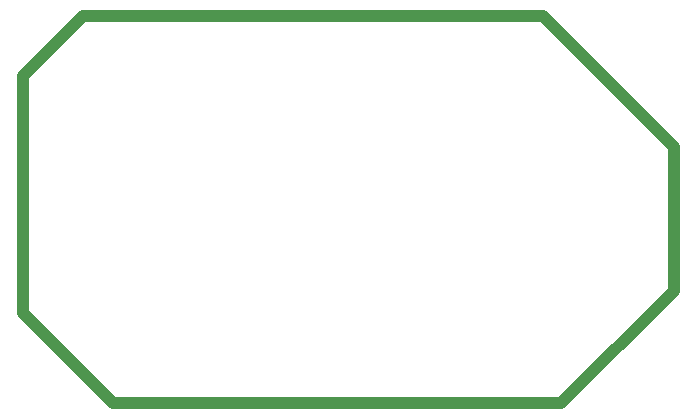
<source format=gbr>
G04 #@! TF.GenerationSoftware,KiCad,Pcbnew,(5.1.5)-3*
G04 #@! TF.CreationDate,2020-02-20T19:07:18-08:00*
G04 #@! TF.ProjectId,Clock_Test,436c6f63-6b5f-4546-9573-742e6b696361,rev?*
G04 #@! TF.SameCoordinates,Original*
G04 #@! TF.FileFunction,Profile,NP*
%FSLAX46Y46*%
G04 Gerber Fmt 4.6, Leading zero omitted, Abs format (unit mm)*
G04 Created by KiCad (PCBNEW (5.1.5)-3) date 2020-02-20 19:07:18*
%MOMM*%
%LPD*%
G04 APERTURE LIST*
%ADD10C,1.016000*%
G04 APERTURE END LIST*
D10*
X60452000Y-64516000D02*
X49403000Y-53467000D01*
X10414000Y-53467000D02*
X5334000Y-58547000D01*
X10414000Y-53467000D02*
X49403000Y-53467000D01*
X12954000Y-86233000D02*
X50927000Y-86233000D01*
X60452000Y-76708000D02*
X50927000Y-86233000D01*
X12954000Y-86233000D02*
X5334000Y-78613000D01*
X60452000Y-64516000D02*
X60452000Y-76708000D01*
X5334000Y-78613000D02*
X5334000Y-58547000D01*
M02*

</source>
